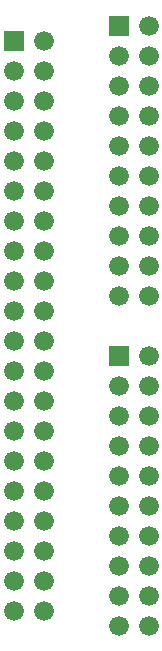
<source format=gbs>
G04 #@! TF.FileFunction,Soldermask,Bot*
%FSLAX46Y46*%
G04 Gerber Fmt 4.6, Leading zero omitted, Abs format (unit mm)*
G04 Created by KiCad (PCBNEW (2014-11-30 BZR 5308)-product) date Fr 12 Dez 2014 00:24:21 CET*
%MOMM*%
G01*
G04 APERTURE LIST*
%ADD10C,0.100000*%
%ADD11C,1.676400*%
%ADD12R,1.676400X1.676400*%
G04 APERTURE END LIST*
D10*
D11*
X107950000Y-128270000D03*
X110490000Y-128270000D03*
X110490000Y-125730000D03*
X107950000Y-125730000D03*
X107950000Y-123190000D03*
X110490000Y-123190000D03*
X110490000Y-120650000D03*
X107950000Y-120650000D03*
X107950000Y-118110000D03*
X110490000Y-118110000D03*
X110490000Y-115570000D03*
X107950000Y-115570000D03*
X107950000Y-113030000D03*
X110490000Y-113030000D03*
X110490000Y-110490000D03*
X107950000Y-110490000D03*
X107950000Y-107950000D03*
X110490000Y-107950000D03*
X110490000Y-105410000D03*
X107950000Y-105410000D03*
X107950000Y-102870000D03*
X110490000Y-102870000D03*
X110490000Y-100330000D03*
X107950000Y-100330000D03*
X107950000Y-97790000D03*
X110490000Y-97790000D03*
X110490000Y-95250000D03*
X107950000Y-95250000D03*
X107950000Y-92710000D03*
X110490000Y-92710000D03*
X110490000Y-90170000D03*
X107950000Y-90170000D03*
X107950000Y-87630000D03*
X110490000Y-87630000D03*
X110490000Y-85090000D03*
X107950000Y-85090000D03*
X107950000Y-82550000D03*
X110490000Y-82550000D03*
X110490000Y-80010000D03*
D12*
X107950000Y-80010000D03*
D11*
X116840000Y-101600000D03*
X119380000Y-101600000D03*
X119380000Y-99060000D03*
X116840000Y-99060000D03*
X116840000Y-96520000D03*
X119380000Y-96520000D03*
X119380000Y-93980000D03*
X116840000Y-93980000D03*
X116840000Y-91440000D03*
X119380000Y-91440000D03*
X119380000Y-88900000D03*
X116840000Y-88900000D03*
X116840000Y-86360000D03*
X119380000Y-86360000D03*
X119380000Y-83820000D03*
X116840000Y-83820000D03*
X116840000Y-81280000D03*
X119380000Y-81280000D03*
X119380000Y-78740000D03*
D12*
X116840000Y-78740000D03*
D11*
X116840000Y-129540000D03*
X119380000Y-129540000D03*
X119380000Y-127000000D03*
X116840000Y-127000000D03*
X116840000Y-124460000D03*
X119380000Y-124460000D03*
X119380000Y-121920000D03*
X116840000Y-121920000D03*
X116840000Y-119380000D03*
X119380000Y-119380000D03*
X119380000Y-116840000D03*
X116840000Y-116840000D03*
X116840000Y-114300000D03*
X119380000Y-114300000D03*
X119380000Y-111760000D03*
X116840000Y-111760000D03*
X116840000Y-109220000D03*
X119380000Y-109220000D03*
X119380000Y-106680000D03*
D12*
X116840000Y-106680000D03*
M02*

</source>
